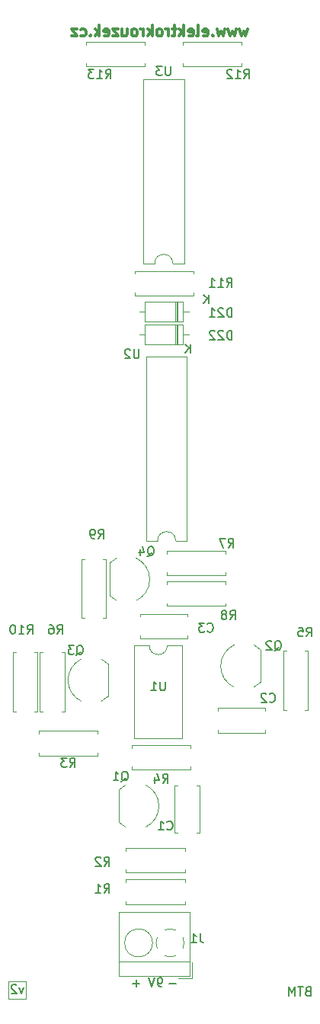
<source format=gbo>
G04 #@! TF.GenerationSoftware,KiCad,Pcbnew,9.0.1*
G04 #@! TF.CreationDate,2025-06-05T21:35:15+02:00*
G04 #@! TF.ProjectId,storm_distance_meter,73746f72-6d5f-4646-9973-74616e63655f,1*
G04 #@! TF.SameCoordinates,Original*
G04 #@! TF.FileFunction,Legend,Bot*
G04 #@! TF.FilePolarity,Positive*
%FSLAX46Y46*%
G04 Gerber Fmt 4.6, Leading zero omitted, Abs format (unit mm)*
G04 Created by KiCad (PCBNEW 9.0.1) date 2025-06-05 21:35:15*
%MOMM*%
%LPD*%
G01*
G04 APERTURE LIST*
%ADD10C,0.100000*%
%ADD11C,0.200000*%
%ADD12C,0.300000*%
%ADD13C,0.150000*%
%ADD14C,0.120000*%
%ADD15C,3.050000*%
%ADD16R,1.800000X1.800000*%
%ADD17C,1.800000*%
%ADD18C,2.000000*%
%ADD19R,1.600000X1.600000*%
%ADD20C,1.600000*%
%ADD21O,1.600000X1.600000*%
%ADD22R,2.400000X1.600000*%
%ADD23O,2.400000X1.600000*%
%ADD24R,1.500000X1.500000*%
%ADD25C,1.500000*%
%ADD26R,2.400000X2.400000*%
%ADD27C,2.400000*%
G04 APERTURE END LIST*
D10*
X129700000Y-139750000D02*
X129700000Y-138250000D01*
X129700000Y-140250000D02*
X129700000Y-139750000D01*
X131700000Y-138250000D02*
X131700000Y-139750000D01*
X131700000Y-139750000D02*
X131700000Y-140250000D01*
X129700000Y-138250000D02*
X131700000Y-138250000D01*
X131700000Y-140250000D02*
X129700000Y-140250000D01*
D11*
X144330326Y-138486266D02*
X143568422Y-138486266D01*
X143949374Y-138867219D02*
X143949374Y-138105314D01*
D12*
X156331203Y-32437542D02*
X156102632Y-33237542D01*
X156102632Y-33237542D02*
X155874060Y-32666114D01*
X155874060Y-32666114D02*
X155645489Y-33237542D01*
X155645489Y-33237542D02*
X155416917Y-32437542D01*
X155074060Y-32437542D02*
X154845489Y-33237542D01*
X154845489Y-33237542D02*
X154616917Y-32666114D01*
X154616917Y-32666114D02*
X154388346Y-33237542D01*
X154388346Y-33237542D02*
X154159774Y-32437542D01*
X153816917Y-32437542D02*
X153588346Y-33237542D01*
X153588346Y-33237542D02*
X153359774Y-32666114D01*
X153359774Y-32666114D02*
X153131203Y-33237542D01*
X153131203Y-33237542D02*
X152902631Y-32437542D01*
X152445488Y-33123257D02*
X152388345Y-33180400D01*
X152388345Y-33180400D02*
X152445488Y-33237542D01*
X152445488Y-33237542D02*
X152502631Y-33180400D01*
X152502631Y-33180400D02*
X152445488Y-33123257D01*
X152445488Y-33123257D02*
X152445488Y-33237542D01*
X151416916Y-33180400D02*
X151531202Y-33237542D01*
X151531202Y-33237542D02*
X151759774Y-33237542D01*
X151759774Y-33237542D02*
X151874059Y-33180400D01*
X151874059Y-33180400D02*
X151931202Y-33066114D01*
X151931202Y-33066114D02*
X151931202Y-32608971D01*
X151931202Y-32608971D02*
X151874059Y-32494685D01*
X151874059Y-32494685D02*
X151759774Y-32437542D01*
X151759774Y-32437542D02*
X151531202Y-32437542D01*
X151531202Y-32437542D02*
X151416916Y-32494685D01*
X151416916Y-32494685D02*
X151359774Y-32608971D01*
X151359774Y-32608971D02*
X151359774Y-32723257D01*
X151359774Y-32723257D02*
X151931202Y-32837542D01*
X150674060Y-33237542D02*
X150788345Y-33180400D01*
X150788345Y-33180400D02*
X150845488Y-33066114D01*
X150845488Y-33066114D02*
X150845488Y-32037542D01*
X149759774Y-33180400D02*
X149874060Y-33237542D01*
X149874060Y-33237542D02*
X150102632Y-33237542D01*
X150102632Y-33237542D02*
X150216917Y-33180400D01*
X150216917Y-33180400D02*
X150274060Y-33066114D01*
X150274060Y-33066114D02*
X150274060Y-32608971D01*
X150274060Y-32608971D02*
X150216917Y-32494685D01*
X150216917Y-32494685D02*
X150102632Y-32437542D01*
X150102632Y-32437542D02*
X149874060Y-32437542D01*
X149874060Y-32437542D02*
X149759774Y-32494685D01*
X149759774Y-32494685D02*
X149702632Y-32608971D01*
X149702632Y-32608971D02*
X149702632Y-32723257D01*
X149702632Y-32723257D02*
X150274060Y-32837542D01*
X149188346Y-33237542D02*
X149188346Y-32037542D01*
X149074061Y-32780400D02*
X148731203Y-33237542D01*
X148731203Y-32437542D02*
X149188346Y-32894685D01*
X148388346Y-32437542D02*
X147931203Y-32437542D01*
X148216917Y-32037542D02*
X148216917Y-33066114D01*
X148216917Y-33066114D02*
X148159774Y-33180400D01*
X148159774Y-33180400D02*
X148045489Y-33237542D01*
X148045489Y-33237542D02*
X147931203Y-33237542D01*
X147531203Y-33237542D02*
X147531203Y-32437542D01*
X147531203Y-32666114D02*
X147474060Y-32551828D01*
X147474060Y-32551828D02*
X147416918Y-32494685D01*
X147416918Y-32494685D02*
X147302632Y-32437542D01*
X147302632Y-32437542D02*
X147188346Y-32437542D01*
X146616918Y-33237542D02*
X146731203Y-33180400D01*
X146731203Y-33180400D02*
X146788346Y-33123257D01*
X146788346Y-33123257D02*
X146845489Y-33008971D01*
X146845489Y-33008971D02*
X146845489Y-32666114D01*
X146845489Y-32666114D02*
X146788346Y-32551828D01*
X146788346Y-32551828D02*
X146731203Y-32494685D01*
X146731203Y-32494685D02*
X146616918Y-32437542D01*
X146616918Y-32437542D02*
X146445489Y-32437542D01*
X146445489Y-32437542D02*
X146331203Y-32494685D01*
X146331203Y-32494685D02*
X146274061Y-32551828D01*
X146274061Y-32551828D02*
X146216918Y-32666114D01*
X146216918Y-32666114D02*
X146216918Y-33008971D01*
X146216918Y-33008971D02*
X146274061Y-33123257D01*
X146274061Y-33123257D02*
X146331203Y-33180400D01*
X146331203Y-33180400D02*
X146445489Y-33237542D01*
X146445489Y-33237542D02*
X146616918Y-33237542D01*
X145702632Y-33237542D02*
X145702632Y-32037542D01*
X145588347Y-32780400D02*
X145245489Y-33237542D01*
X145245489Y-32437542D02*
X145702632Y-32894685D01*
X144731203Y-33237542D02*
X144731203Y-32437542D01*
X144731203Y-32666114D02*
X144674060Y-32551828D01*
X144674060Y-32551828D02*
X144616918Y-32494685D01*
X144616918Y-32494685D02*
X144502632Y-32437542D01*
X144502632Y-32437542D02*
X144388346Y-32437542D01*
X143816918Y-33237542D02*
X143931203Y-33180400D01*
X143931203Y-33180400D02*
X143988346Y-33123257D01*
X143988346Y-33123257D02*
X144045489Y-33008971D01*
X144045489Y-33008971D02*
X144045489Y-32666114D01*
X144045489Y-32666114D02*
X143988346Y-32551828D01*
X143988346Y-32551828D02*
X143931203Y-32494685D01*
X143931203Y-32494685D02*
X143816918Y-32437542D01*
X143816918Y-32437542D02*
X143645489Y-32437542D01*
X143645489Y-32437542D02*
X143531203Y-32494685D01*
X143531203Y-32494685D02*
X143474061Y-32551828D01*
X143474061Y-32551828D02*
X143416918Y-32666114D01*
X143416918Y-32666114D02*
X143416918Y-33008971D01*
X143416918Y-33008971D02*
X143474061Y-33123257D01*
X143474061Y-33123257D02*
X143531203Y-33180400D01*
X143531203Y-33180400D02*
X143645489Y-33237542D01*
X143645489Y-33237542D02*
X143816918Y-33237542D01*
X142388347Y-32437542D02*
X142388347Y-33237542D01*
X142902632Y-32437542D02*
X142902632Y-33066114D01*
X142902632Y-33066114D02*
X142845489Y-33180400D01*
X142845489Y-33180400D02*
X142731204Y-33237542D01*
X142731204Y-33237542D02*
X142559775Y-33237542D01*
X142559775Y-33237542D02*
X142445489Y-33180400D01*
X142445489Y-33180400D02*
X142388347Y-33123257D01*
X141931204Y-32437542D02*
X141302633Y-32437542D01*
X141302633Y-32437542D02*
X141931204Y-33237542D01*
X141931204Y-33237542D02*
X141302633Y-33237542D01*
X140388346Y-33180400D02*
X140502632Y-33237542D01*
X140502632Y-33237542D02*
X140731204Y-33237542D01*
X140731204Y-33237542D02*
X140845489Y-33180400D01*
X140845489Y-33180400D02*
X140902632Y-33066114D01*
X140902632Y-33066114D02*
X140902632Y-32608971D01*
X140902632Y-32608971D02*
X140845489Y-32494685D01*
X140845489Y-32494685D02*
X140731204Y-32437542D01*
X140731204Y-32437542D02*
X140502632Y-32437542D01*
X140502632Y-32437542D02*
X140388346Y-32494685D01*
X140388346Y-32494685D02*
X140331204Y-32608971D01*
X140331204Y-32608971D02*
X140331204Y-32723257D01*
X140331204Y-32723257D02*
X140902632Y-32837542D01*
X139816918Y-33237542D02*
X139816918Y-32037542D01*
X139702633Y-32780400D02*
X139359775Y-33237542D01*
X139359775Y-32437542D02*
X139816918Y-32894685D01*
X138845489Y-33123257D02*
X138788346Y-33180400D01*
X138788346Y-33180400D02*
X138845489Y-33237542D01*
X138845489Y-33237542D02*
X138902632Y-33180400D01*
X138902632Y-33180400D02*
X138845489Y-33123257D01*
X138845489Y-33123257D02*
X138845489Y-33237542D01*
X137759775Y-33180400D02*
X137874060Y-33237542D01*
X137874060Y-33237542D02*
X138102632Y-33237542D01*
X138102632Y-33237542D02*
X138216917Y-33180400D01*
X138216917Y-33180400D02*
X138274060Y-33123257D01*
X138274060Y-33123257D02*
X138331203Y-33008971D01*
X138331203Y-33008971D02*
X138331203Y-32666114D01*
X138331203Y-32666114D02*
X138274060Y-32551828D01*
X138274060Y-32551828D02*
X138216917Y-32494685D01*
X138216917Y-32494685D02*
X138102632Y-32437542D01*
X138102632Y-32437542D02*
X137874060Y-32437542D01*
X137874060Y-32437542D02*
X137759775Y-32494685D01*
X137359775Y-32437542D02*
X136731204Y-32437542D01*
X136731204Y-32437542D02*
X137359775Y-33237542D01*
X137359775Y-33237542D02*
X136731204Y-33237542D01*
D11*
X162996993Y-139343409D02*
X162854136Y-139391028D01*
X162854136Y-139391028D02*
X162806517Y-139438647D01*
X162806517Y-139438647D02*
X162758898Y-139533885D01*
X162758898Y-139533885D02*
X162758898Y-139676742D01*
X162758898Y-139676742D02*
X162806517Y-139771980D01*
X162806517Y-139771980D02*
X162854136Y-139819600D01*
X162854136Y-139819600D02*
X162949374Y-139867219D01*
X162949374Y-139867219D02*
X163330326Y-139867219D01*
X163330326Y-139867219D02*
X163330326Y-138867219D01*
X163330326Y-138867219D02*
X162996993Y-138867219D01*
X162996993Y-138867219D02*
X162901755Y-138914838D01*
X162901755Y-138914838D02*
X162854136Y-138962457D01*
X162854136Y-138962457D02*
X162806517Y-139057695D01*
X162806517Y-139057695D02*
X162806517Y-139152933D01*
X162806517Y-139152933D02*
X162854136Y-139248171D01*
X162854136Y-139248171D02*
X162901755Y-139295790D01*
X162901755Y-139295790D02*
X162996993Y-139343409D01*
X162996993Y-139343409D02*
X163330326Y-139343409D01*
X162473183Y-138867219D02*
X161901755Y-138867219D01*
X162187469Y-139867219D02*
X162187469Y-138867219D01*
X161568421Y-139867219D02*
X161568421Y-138867219D01*
X161568421Y-138867219D02*
X161235088Y-139581504D01*
X161235088Y-139581504D02*
X160901755Y-138867219D01*
X160901755Y-138867219D02*
X160901755Y-139867219D01*
X131425564Y-138950552D02*
X131187469Y-139617219D01*
X131187469Y-139617219D02*
X130949374Y-138950552D01*
X130616040Y-138712457D02*
X130568421Y-138664838D01*
X130568421Y-138664838D02*
X130473183Y-138617219D01*
X130473183Y-138617219D02*
X130235088Y-138617219D01*
X130235088Y-138617219D02*
X130139850Y-138664838D01*
X130139850Y-138664838D02*
X130092231Y-138712457D01*
X130092231Y-138712457D02*
X130044612Y-138807695D01*
X130044612Y-138807695D02*
X130044612Y-138902933D01*
X130044612Y-138902933D02*
X130092231Y-139045790D01*
X130092231Y-139045790D02*
X130663659Y-139617219D01*
X130663659Y-139617219D02*
X130044612Y-139617219D01*
X146782707Y-138867219D02*
X146592231Y-138867219D01*
X146592231Y-138867219D02*
X146496993Y-138819600D01*
X146496993Y-138819600D02*
X146449374Y-138771980D01*
X146449374Y-138771980D02*
X146354136Y-138629123D01*
X146354136Y-138629123D02*
X146306517Y-138438647D01*
X146306517Y-138438647D02*
X146306517Y-138057695D01*
X146306517Y-138057695D02*
X146354136Y-137962457D01*
X146354136Y-137962457D02*
X146401755Y-137914838D01*
X146401755Y-137914838D02*
X146496993Y-137867219D01*
X146496993Y-137867219D02*
X146687469Y-137867219D01*
X146687469Y-137867219D02*
X146782707Y-137914838D01*
X146782707Y-137914838D02*
X146830326Y-137962457D01*
X146830326Y-137962457D02*
X146877945Y-138057695D01*
X146877945Y-138057695D02*
X146877945Y-138295790D01*
X146877945Y-138295790D02*
X146830326Y-138391028D01*
X146830326Y-138391028D02*
X146782707Y-138438647D01*
X146782707Y-138438647D02*
X146687469Y-138486266D01*
X146687469Y-138486266D02*
X146496993Y-138486266D01*
X146496993Y-138486266D02*
X146401755Y-138438647D01*
X146401755Y-138438647D02*
X146354136Y-138391028D01*
X146354136Y-138391028D02*
X146306517Y-138295790D01*
X146020802Y-137867219D02*
X145687469Y-138867219D01*
X145687469Y-138867219D02*
X145354136Y-137867219D01*
X148330326Y-138486266D02*
X147568422Y-138486266D01*
D13*
X154566785Y-66954819D02*
X154566785Y-65954819D01*
X154566785Y-65954819D02*
X154328690Y-65954819D01*
X154328690Y-65954819D02*
X154185833Y-66002438D01*
X154185833Y-66002438D02*
X154090595Y-66097676D01*
X154090595Y-66097676D02*
X154042976Y-66192914D01*
X154042976Y-66192914D02*
X153995357Y-66383390D01*
X153995357Y-66383390D02*
X153995357Y-66526247D01*
X153995357Y-66526247D02*
X154042976Y-66716723D01*
X154042976Y-66716723D02*
X154090595Y-66811961D01*
X154090595Y-66811961D02*
X154185833Y-66907200D01*
X154185833Y-66907200D02*
X154328690Y-66954819D01*
X154328690Y-66954819D02*
X154566785Y-66954819D01*
X153614404Y-66050057D02*
X153566785Y-66002438D01*
X153566785Y-66002438D02*
X153471547Y-65954819D01*
X153471547Y-65954819D02*
X153233452Y-65954819D01*
X153233452Y-65954819D02*
X153138214Y-66002438D01*
X153138214Y-66002438D02*
X153090595Y-66050057D01*
X153090595Y-66050057D02*
X153042976Y-66145295D01*
X153042976Y-66145295D02*
X153042976Y-66240533D01*
X153042976Y-66240533D02*
X153090595Y-66383390D01*
X153090595Y-66383390D02*
X153662023Y-66954819D01*
X153662023Y-66954819D02*
X153042976Y-66954819D01*
X152662023Y-66050057D02*
X152614404Y-66002438D01*
X152614404Y-66002438D02*
X152519166Y-65954819D01*
X152519166Y-65954819D02*
X152281071Y-65954819D01*
X152281071Y-65954819D02*
X152185833Y-66002438D01*
X152185833Y-66002438D02*
X152138214Y-66050057D01*
X152138214Y-66050057D02*
X152090595Y-66145295D01*
X152090595Y-66145295D02*
X152090595Y-66240533D01*
X152090595Y-66240533D02*
X152138214Y-66383390D01*
X152138214Y-66383390D02*
X152709642Y-66954819D01*
X152709642Y-66954819D02*
X152090595Y-66954819D01*
X149961904Y-68454819D02*
X149961904Y-67454819D01*
X149390476Y-68454819D02*
X149819047Y-67883390D01*
X149390476Y-67454819D02*
X149961904Y-68026247D01*
X147764404Y-36602319D02*
X147764404Y-37411842D01*
X147764404Y-37411842D02*
X147716785Y-37507080D01*
X147716785Y-37507080D02*
X147669166Y-37554700D01*
X147669166Y-37554700D02*
X147573928Y-37602319D01*
X147573928Y-37602319D02*
X147383452Y-37602319D01*
X147383452Y-37602319D02*
X147288214Y-37554700D01*
X147288214Y-37554700D02*
X147240595Y-37507080D01*
X147240595Y-37507080D02*
X147192976Y-37411842D01*
X147192976Y-37411842D02*
X147192976Y-36602319D01*
X146812023Y-36602319D02*
X146192976Y-36602319D01*
X146192976Y-36602319D02*
X146526309Y-36983271D01*
X146526309Y-36983271D02*
X146383452Y-36983271D01*
X146383452Y-36983271D02*
X146288214Y-37030890D01*
X146288214Y-37030890D02*
X146240595Y-37078509D01*
X146240595Y-37078509D02*
X146192976Y-37173747D01*
X146192976Y-37173747D02*
X146192976Y-37411842D01*
X146192976Y-37411842D02*
X146240595Y-37507080D01*
X146240595Y-37507080D02*
X146288214Y-37554700D01*
X146288214Y-37554700D02*
X146383452Y-37602319D01*
X146383452Y-37602319D02*
X146669166Y-37602319D01*
X146669166Y-37602319D02*
X146764404Y-37554700D01*
X146764404Y-37554700D02*
X146812023Y-37507080D01*
X147154404Y-104954819D02*
X147154404Y-105764342D01*
X147154404Y-105764342D02*
X147106785Y-105859580D01*
X147106785Y-105859580D02*
X147059166Y-105907200D01*
X147059166Y-105907200D02*
X146963928Y-105954819D01*
X146963928Y-105954819D02*
X146773452Y-105954819D01*
X146773452Y-105954819D02*
X146678214Y-105907200D01*
X146678214Y-105907200D02*
X146630595Y-105859580D01*
X146630595Y-105859580D02*
X146582976Y-105764342D01*
X146582976Y-105764342D02*
X146582976Y-104954819D01*
X145582976Y-105954819D02*
X146154404Y-105954819D01*
X145868690Y-105954819D02*
X145868690Y-104954819D01*
X145868690Y-104954819D02*
X145963928Y-105097676D01*
X145963928Y-105097676D02*
X146059166Y-105192914D01*
X146059166Y-105192914D02*
X146154404Y-105240533D01*
X154566785Y-64454819D02*
X154566785Y-63454819D01*
X154566785Y-63454819D02*
X154328690Y-63454819D01*
X154328690Y-63454819D02*
X154185833Y-63502438D01*
X154185833Y-63502438D02*
X154090595Y-63597676D01*
X154090595Y-63597676D02*
X154042976Y-63692914D01*
X154042976Y-63692914D02*
X153995357Y-63883390D01*
X153995357Y-63883390D02*
X153995357Y-64026247D01*
X153995357Y-64026247D02*
X154042976Y-64216723D01*
X154042976Y-64216723D02*
X154090595Y-64311961D01*
X154090595Y-64311961D02*
X154185833Y-64407200D01*
X154185833Y-64407200D02*
X154328690Y-64454819D01*
X154328690Y-64454819D02*
X154566785Y-64454819D01*
X153614404Y-63550057D02*
X153566785Y-63502438D01*
X153566785Y-63502438D02*
X153471547Y-63454819D01*
X153471547Y-63454819D02*
X153233452Y-63454819D01*
X153233452Y-63454819D02*
X153138214Y-63502438D01*
X153138214Y-63502438D02*
X153090595Y-63550057D01*
X153090595Y-63550057D02*
X153042976Y-63645295D01*
X153042976Y-63645295D02*
X153042976Y-63740533D01*
X153042976Y-63740533D02*
X153090595Y-63883390D01*
X153090595Y-63883390D02*
X153662023Y-64454819D01*
X153662023Y-64454819D02*
X153042976Y-64454819D01*
X152090595Y-64454819D02*
X152662023Y-64454819D01*
X152376309Y-64454819D02*
X152376309Y-63454819D01*
X152376309Y-63454819D02*
X152471547Y-63597676D01*
X152471547Y-63597676D02*
X152566785Y-63692914D01*
X152566785Y-63692914D02*
X152662023Y-63740533D01*
X151961904Y-62954819D02*
X151961904Y-61954819D01*
X151390476Y-62954819D02*
X151819047Y-62383390D01*
X151390476Y-61954819D02*
X151961904Y-62526247D01*
X162866666Y-99954819D02*
X163199999Y-99478628D01*
X163438094Y-99954819D02*
X163438094Y-98954819D01*
X163438094Y-98954819D02*
X163057142Y-98954819D01*
X163057142Y-98954819D02*
X162961904Y-99002438D01*
X162961904Y-99002438D02*
X162914285Y-99050057D01*
X162914285Y-99050057D02*
X162866666Y-99145295D01*
X162866666Y-99145295D02*
X162866666Y-99288152D01*
X162866666Y-99288152D02*
X162914285Y-99383390D01*
X162914285Y-99383390D02*
X162961904Y-99431009D01*
X162961904Y-99431009D02*
X163057142Y-99478628D01*
X163057142Y-99478628D02*
X163438094Y-99478628D01*
X161961904Y-98954819D02*
X162438094Y-98954819D01*
X162438094Y-98954819D02*
X162485713Y-99431009D01*
X162485713Y-99431009D02*
X162438094Y-99383390D01*
X162438094Y-99383390D02*
X162342856Y-99335771D01*
X162342856Y-99335771D02*
X162104761Y-99335771D01*
X162104761Y-99335771D02*
X162009523Y-99383390D01*
X162009523Y-99383390D02*
X161961904Y-99431009D01*
X161961904Y-99431009D02*
X161914285Y-99526247D01*
X161914285Y-99526247D02*
X161914285Y-99764342D01*
X161914285Y-99764342D02*
X161961904Y-99859580D01*
X161961904Y-99859580D02*
X162009523Y-99907200D01*
X162009523Y-99907200D02*
X162104761Y-99954819D01*
X162104761Y-99954819D02*
X162342856Y-99954819D01*
X162342856Y-99954819D02*
X162438094Y-99907200D01*
X162438094Y-99907200D02*
X162485713Y-99859580D01*
X137290238Y-102027557D02*
X137385476Y-101979938D01*
X137385476Y-101979938D02*
X137480714Y-101884700D01*
X137480714Y-101884700D02*
X137623571Y-101741842D01*
X137623571Y-101741842D02*
X137718809Y-101694223D01*
X137718809Y-101694223D02*
X137814047Y-101694223D01*
X137766428Y-101932319D02*
X137861666Y-101884700D01*
X137861666Y-101884700D02*
X137956904Y-101789461D01*
X137956904Y-101789461D02*
X138004523Y-101598985D01*
X138004523Y-101598985D02*
X138004523Y-101265652D01*
X138004523Y-101265652D02*
X137956904Y-101075176D01*
X137956904Y-101075176D02*
X137861666Y-100979938D01*
X137861666Y-100979938D02*
X137766428Y-100932319D01*
X137766428Y-100932319D02*
X137575952Y-100932319D01*
X137575952Y-100932319D02*
X137480714Y-100979938D01*
X137480714Y-100979938D02*
X137385476Y-101075176D01*
X137385476Y-101075176D02*
X137337857Y-101265652D01*
X137337857Y-101265652D02*
X137337857Y-101598985D01*
X137337857Y-101598985D02*
X137385476Y-101789461D01*
X137385476Y-101789461D02*
X137480714Y-101884700D01*
X137480714Y-101884700D02*
X137575952Y-101932319D01*
X137575952Y-101932319D02*
X137766428Y-101932319D01*
X137004523Y-100932319D02*
X136385476Y-100932319D01*
X136385476Y-100932319D02*
X136718809Y-101313271D01*
X136718809Y-101313271D02*
X136575952Y-101313271D01*
X136575952Y-101313271D02*
X136480714Y-101360890D01*
X136480714Y-101360890D02*
X136433095Y-101408509D01*
X136433095Y-101408509D02*
X136385476Y-101503747D01*
X136385476Y-101503747D02*
X136385476Y-101741842D01*
X136385476Y-101741842D02*
X136433095Y-101837080D01*
X136433095Y-101837080D02*
X136480714Y-101884700D01*
X136480714Y-101884700D02*
X136575952Y-101932319D01*
X136575952Y-101932319D02*
X136861666Y-101932319D01*
X136861666Y-101932319D02*
X136956904Y-101884700D01*
X136956904Y-101884700D02*
X137004523Y-101837080D01*
X142295238Y-116050057D02*
X142390476Y-116002438D01*
X142390476Y-116002438D02*
X142485714Y-115907200D01*
X142485714Y-115907200D02*
X142628571Y-115764342D01*
X142628571Y-115764342D02*
X142723809Y-115716723D01*
X142723809Y-115716723D02*
X142819047Y-115716723D01*
X142771428Y-115954819D02*
X142866666Y-115907200D01*
X142866666Y-115907200D02*
X142961904Y-115811961D01*
X142961904Y-115811961D02*
X143009523Y-115621485D01*
X143009523Y-115621485D02*
X143009523Y-115288152D01*
X143009523Y-115288152D02*
X142961904Y-115097676D01*
X142961904Y-115097676D02*
X142866666Y-115002438D01*
X142866666Y-115002438D02*
X142771428Y-114954819D01*
X142771428Y-114954819D02*
X142580952Y-114954819D01*
X142580952Y-114954819D02*
X142485714Y-115002438D01*
X142485714Y-115002438D02*
X142390476Y-115097676D01*
X142390476Y-115097676D02*
X142342857Y-115288152D01*
X142342857Y-115288152D02*
X142342857Y-115621485D01*
X142342857Y-115621485D02*
X142390476Y-115811961D01*
X142390476Y-115811961D02*
X142485714Y-115907200D01*
X142485714Y-115907200D02*
X142580952Y-115954819D01*
X142580952Y-115954819D02*
X142771428Y-115954819D01*
X141390476Y-115954819D02*
X141961904Y-115954819D01*
X141676190Y-115954819D02*
X141676190Y-114954819D01*
X141676190Y-114954819D02*
X141771428Y-115097676D01*
X141771428Y-115097676D02*
X141866666Y-115192914D01*
X141866666Y-115192914D02*
X141961904Y-115240533D01*
X144241904Y-68034819D02*
X144241904Y-68844342D01*
X144241904Y-68844342D02*
X144194285Y-68939580D01*
X144194285Y-68939580D02*
X144146666Y-68987200D01*
X144146666Y-68987200D02*
X144051428Y-69034819D01*
X144051428Y-69034819D02*
X143860952Y-69034819D01*
X143860952Y-69034819D02*
X143765714Y-68987200D01*
X143765714Y-68987200D02*
X143718095Y-68939580D01*
X143718095Y-68939580D02*
X143670476Y-68844342D01*
X143670476Y-68844342D02*
X143670476Y-68034819D01*
X143241904Y-68130057D02*
X143194285Y-68082438D01*
X143194285Y-68082438D02*
X143099047Y-68034819D01*
X143099047Y-68034819D02*
X142860952Y-68034819D01*
X142860952Y-68034819D02*
X142765714Y-68082438D01*
X142765714Y-68082438D02*
X142718095Y-68130057D01*
X142718095Y-68130057D02*
X142670476Y-68225295D01*
X142670476Y-68225295D02*
X142670476Y-68320533D01*
X142670476Y-68320533D02*
X142718095Y-68463390D01*
X142718095Y-68463390D02*
X143289523Y-69034819D01*
X143289523Y-69034819D02*
X142670476Y-69034819D01*
X154366666Y-98054819D02*
X154699999Y-97578628D01*
X154938094Y-98054819D02*
X154938094Y-97054819D01*
X154938094Y-97054819D02*
X154557142Y-97054819D01*
X154557142Y-97054819D02*
X154461904Y-97102438D01*
X154461904Y-97102438D02*
X154414285Y-97150057D01*
X154414285Y-97150057D02*
X154366666Y-97245295D01*
X154366666Y-97245295D02*
X154366666Y-97388152D01*
X154366666Y-97388152D02*
X154414285Y-97483390D01*
X154414285Y-97483390D02*
X154461904Y-97531009D01*
X154461904Y-97531009D02*
X154557142Y-97578628D01*
X154557142Y-97578628D02*
X154938094Y-97578628D01*
X153795237Y-97483390D02*
X153890475Y-97435771D01*
X153890475Y-97435771D02*
X153938094Y-97388152D01*
X153938094Y-97388152D02*
X153985713Y-97292914D01*
X153985713Y-97292914D02*
X153985713Y-97245295D01*
X153985713Y-97245295D02*
X153938094Y-97150057D01*
X153938094Y-97150057D02*
X153890475Y-97102438D01*
X153890475Y-97102438D02*
X153795237Y-97054819D01*
X153795237Y-97054819D02*
X153604761Y-97054819D01*
X153604761Y-97054819D02*
X153509523Y-97102438D01*
X153509523Y-97102438D02*
X153461904Y-97150057D01*
X153461904Y-97150057D02*
X153414285Y-97245295D01*
X153414285Y-97245295D02*
X153414285Y-97292914D01*
X153414285Y-97292914D02*
X153461904Y-97388152D01*
X153461904Y-97388152D02*
X153509523Y-97435771D01*
X153509523Y-97435771D02*
X153604761Y-97483390D01*
X153604761Y-97483390D02*
X153795237Y-97483390D01*
X153795237Y-97483390D02*
X153890475Y-97531009D01*
X153890475Y-97531009D02*
X153938094Y-97578628D01*
X153938094Y-97578628D02*
X153985713Y-97673866D01*
X153985713Y-97673866D02*
X153985713Y-97864342D01*
X153985713Y-97864342D02*
X153938094Y-97959580D01*
X153938094Y-97959580D02*
X153890475Y-98007200D01*
X153890475Y-98007200D02*
X153795237Y-98054819D01*
X153795237Y-98054819D02*
X153604761Y-98054819D01*
X153604761Y-98054819D02*
X153509523Y-98007200D01*
X153509523Y-98007200D02*
X153461904Y-97959580D01*
X153461904Y-97959580D02*
X153414285Y-97864342D01*
X153414285Y-97864342D02*
X153414285Y-97673866D01*
X153414285Y-97673866D02*
X153461904Y-97578628D01*
X153461904Y-97578628D02*
X153509523Y-97531009D01*
X153509523Y-97531009D02*
X153604761Y-97483390D01*
X151866666Y-99359580D02*
X151914285Y-99407200D01*
X151914285Y-99407200D02*
X152057142Y-99454819D01*
X152057142Y-99454819D02*
X152152380Y-99454819D01*
X152152380Y-99454819D02*
X152295237Y-99407200D01*
X152295237Y-99407200D02*
X152390475Y-99311961D01*
X152390475Y-99311961D02*
X152438094Y-99216723D01*
X152438094Y-99216723D02*
X152485713Y-99026247D01*
X152485713Y-99026247D02*
X152485713Y-98883390D01*
X152485713Y-98883390D02*
X152438094Y-98692914D01*
X152438094Y-98692914D02*
X152390475Y-98597676D01*
X152390475Y-98597676D02*
X152295237Y-98502438D01*
X152295237Y-98502438D02*
X152152380Y-98454819D01*
X152152380Y-98454819D02*
X152057142Y-98454819D01*
X152057142Y-98454819D02*
X151914285Y-98502438D01*
X151914285Y-98502438D02*
X151866666Y-98550057D01*
X151533332Y-98454819D02*
X150914285Y-98454819D01*
X150914285Y-98454819D02*
X151247618Y-98835771D01*
X151247618Y-98835771D02*
X151104761Y-98835771D01*
X151104761Y-98835771D02*
X151009523Y-98883390D01*
X151009523Y-98883390D02*
X150961904Y-98931009D01*
X150961904Y-98931009D02*
X150914285Y-99026247D01*
X150914285Y-99026247D02*
X150914285Y-99264342D01*
X150914285Y-99264342D02*
X150961904Y-99359580D01*
X150961904Y-99359580D02*
X151009523Y-99407200D01*
X151009523Y-99407200D02*
X151104761Y-99454819D01*
X151104761Y-99454819D02*
X151390475Y-99454819D01*
X151390475Y-99454819D02*
X151485713Y-99407200D01*
X151485713Y-99407200D02*
X151533332Y-99359580D01*
X140366666Y-128454819D02*
X140699999Y-127978628D01*
X140938094Y-128454819D02*
X140938094Y-127454819D01*
X140938094Y-127454819D02*
X140557142Y-127454819D01*
X140557142Y-127454819D02*
X140461904Y-127502438D01*
X140461904Y-127502438D02*
X140414285Y-127550057D01*
X140414285Y-127550057D02*
X140366666Y-127645295D01*
X140366666Y-127645295D02*
X140366666Y-127788152D01*
X140366666Y-127788152D02*
X140414285Y-127883390D01*
X140414285Y-127883390D02*
X140461904Y-127931009D01*
X140461904Y-127931009D02*
X140557142Y-127978628D01*
X140557142Y-127978628D02*
X140938094Y-127978628D01*
X139414285Y-128454819D02*
X139985713Y-128454819D01*
X139699999Y-128454819D02*
X139699999Y-127454819D01*
X139699999Y-127454819D02*
X139795237Y-127597676D01*
X139795237Y-127597676D02*
X139890475Y-127692914D01*
X139890475Y-127692914D02*
X139985713Y-127740533D01*
X159295238Y-101550057D02*
X159390476Y-101502438D01*
X159390476Y-101502438D02*
X159485714Y-101407200D01*
X159485714Y-101407200D02*
X159628571Y-101264342D01*
X159628571Y-101264342D02*
X159723809Y-101216723D01*
X159723809Y-101216723D02*
X159819047Y-101216723D01*
X159771428Y-101454819D02*
X159866666Y-101407200D01*
X159866666Y-101407200D02*
X159961904Y-101311961D01*
X159961904Y-101311961D02*
X160009523Y-101121485D01*
X160009523Y-101121485D02*
X160009523Y-100788152D01*
X160009523Y-100788152D02*
X159961904Y-100597676D01*
X159961904Y-100597676D02*
X159866666Y-100502438D01*
X159866666Y-100502438D02*
X159771428Y-100454819D01*
X159771428Y-100454819D02*
X159580952Y-100454819D01*
X159580952Y-100454819D02*
X159485714Y-100502438D01*
X159485714Y-100502438D02*
X159390476Y-100597676D01*
X159390476Y-100597676D02*
X159342857Y-100788152D01*
X159342857Y-100788152D02*
X159342857Y-101121485D01*
X159342857Y-101121485D02*
X159390476Y-101311961D01*
X159390476Y-101311961D02*
X159485714Y-101407200D01*
X159485714Y-101407200D02*
X159580952Y-101454819D01*
X159580952Y-101454819D02*
X159771428Y-101454819D01*
X158961904Y-100550057D02*
X158914285Y-100502438D01*
X158914285Y-100502438D02*
X158819047Y-100454819D01*
X158819047Y-100454819D02*
X158580952Y-100454819D01*
X158580952Y-100454819D02*
X158485714Y-100502438D01*
X158485714Y-100502438D02*
X158438095Y-100550057D01*
X158438095Y-100550057D02*
X158390476Y-100645295D01*
X158390476Y-100645295D02*
X158390476Y-100740533D01*
X158390476Y-100740533D02*
X158438095Y-100883390D01*
X158438095Y-100883390D02*
X159009523Y-101454819D01*
X159009523Y-101454819D02*
X158390476Y-101454819D01*
X147366666Y-121359580D02*
X147414285Y-121407200D01*
X147414285Y-121407200D02*
X147557142Y-121454819D01*
X147557142Y-121454819D02*
X147652380Y-121454819D01*
X147652380Y-121454819D02*
X147795237Y-121407200D01*
X147795237Y-121407200D02*
X147890475Y-121311961D01*
X147890475Y-121311961D02*
X147938094Y-121216723D01*
X147938094Y-121216723D02*
X147985713Y-121026247D01*
X147985713Y-121026247D02*
X147985713Y-120883390D01*
X147985713Y-120883390D02*
X147938094Y-120692914D01*
X147938094Y-120692914D02*
X147890475Y-120597676D01*
X147890475Y-120597676D02*
X147795237Y-120502438D01*
X147795237Y-120502438D02*
X147652380Y-120454819D01*
X147652380Y-120454819D02*
X147557142Y-120454819D01*
X147557142Y-120454819D02*
X147414285Y-120502438D01*
X147414285Y-120502438D02*
X147366666Y-120550057D01*
X146414285Y-121454819D02*
X146985713Y-121454819D01*
X146699999Y-121454819D02*
X146699999Y-120454819D01*
X146699999Y-120454819D02*
X146795237Y-120597676D01*
X146795237Y-120597676D02*
X146890475Y-120692914D01*
X146890475Y-120692914D02*
X146985713Y-120740533D01*
X145175238Y-91037557D02*
X145270476Y-90989938D01*
X145270476Y-90989938D02*
X145365714Y-90894700D01*
X145365714Y-90894700D02*
X145508571Y-90751842D01*
X145508571Y-90751842D02*
X145603809Y-90704223D01*
X145603809Y-90704223D02*
X145699047Y-90704223D01*
X145651428Y-90942319D02*
X145746666Y-90894700D01*
X145746666Y-90894700D02*
X145841904Y-90799461D01*
X145841904Y-90799461D02*
X145889523Y-90608985D01*
X145889523Y-90608985D02*
X145889523Y-90275652D01*
X145889523Y-90275652D02*
X145841904Y-90085176D01*
X145841904Y-90085176D02*
X145746666Y-89989938D01*
X145746666Y-89989938D02*
X145651428Y-89942319D01*
X145651428Y-89942319D02*
X145460952Y-89942319D01*
X145460952Y-89942319D02*
X145365714Y-89989938D01*
X145365714Y-89989938D02*
X145270476Y-90085176D01*
X145270476Y-90085176D02*
X145222857Y-90275652D01*
X145222857Y-90275652D02*
X145222857Y-90608985D01*
X145222857Y-90608985D02*
X145270476Y-90799461D01*
X145270476Y-90799461D02*
X145365714Y-90894700D01*
X145365714Y-90894700D02*
X145460952Y-90942319D01*
X145460952Y-90942319D02*
X145651428Y-90942319D01*
X144365714Y-90275652D02*
X144365714Y-90942319D01*
X144603809Y-89894700D02*
X144841904Y-90608985D01*
X144841904Y-90608985D02*
X144222857Y-90608985D01*
X140537857Y-37919819D02*
X140871190Y-37443628D01*
X141109285Y-37919819D02*
X141109285Y-36919819D01*
X141109285Y-36919819D02*
X140728333Y-36919819D01*
X140728333Y-36919819D02*
X140633095Y-36967438D01*
X140633095Y-36967438D02*
X140585476Y-37015057D01*
X140585476Y-37015057D02*
X140537857Y-37110295D01*
X140537857Y-37110295D02*
X140537857Y-37253152D01*
X140537857Y-37253152D02*
X140585476Y-37348390D01*
X140585476Y-37348390D02*
X140633095Y-37396009D01*
X140633095Y-37396009D02*
X140728333Y-37443628D01*
X140728333Y-37443628D02*
X141109285Y-37443628D01*
X139585476Y-37919819D02*
X140156904Y-37919819D01*
X139871190Y-37919819D02*
X139871190Y-36919819D01*
X139871190Y-36919819D02*
X139966428Y-37062676D01*
X139966428Y-37062676D02*
X140061666Y-37157914D01*
X140061666Y-37157914D02*
X140156904Y-37205533D01*
X139252142Y-36919819D02*
X138633095Y-36919819D01*
X138633095Y-36919819D02*
X138966428Y-37300771D01*
X138966428Y-37300771D02*
X138823571Y-37300771D01*
X138823571Y-37300771D02*
X138728333Y-37348390D01*
X138728333Y-37348390D02*
X138680714Y-37396009D01*
X138680714Y-37396009D02*
X138633095Y-37491247D01*
X138633095Y-37491247D02*
X138633095Y-37729342D01*
X138633095Y-37729342D02*
X138680714Y-37824580D01*
X138680714Y-37824580D02*
X138728333Y-37872200D01*
X138728333Y-37872200D02*
X138823571Y-37919819D01*
X138823571Y-37919819D02*
X139109285Y-37919819D01*
X139109285Y-37919819D02*
X139204523Y-37872200D01*
X139204523Y-37872200D02*
X139252142Y-37824580D01*
X146886666Y-116219819D02*
X147219999Y-115743628D01*
X147458094Y-116219819D02*
X147458094Y-115219819D01*
X147458094Y-115219819D02*
X147077142Y-115219819D01*
X147077142Y-115219819D02*
X146981904Y-115267438D01*
X146981904Y-115267438D02*
X146934285Y-115315057D01*
X146934285Y-115315057D02*
X146886666Y-115410295D01*
X146886666Y-115410295D02*
X146886666Y-115553152D01*
X146886666Y-115553152D02*
X146934285Y-115648390D01*
X146934285Y-115648390D02*
X146981904Y-115696009D01*
X146981904Y-115696009D02*
X147077142Y-115743628D01*
X147077142Y-115743628D02*
X147458094Y-115743628D01*
X146029523Y-115553152D02*
X146029523Y-116219819D01*
X146267618Y-115172200D02*
X146505713Y-115886485D01*
X146505713Y-115886485D02*
X145886666Y-115886485D01*
X151033333Y-132954819D02*
X151033333Y-133669104D01*
X151033333Y-133669104D02*
X151080952Y-133811961D01*
X151080952Y-133811961D02*
X151176190Y-133907200D01*
X151176190Y-133907200D02*
X151319047Y-133954819D01*
X151319047Y-133954819D02*
X151414285Y-133954819D01*
X150033333Y-133954819D02*
X150604761Y-133954819D01*
X150319047Y-133954819D02*
X150319047Y-132954819D01*
X150319047Y-132954819D02*
X150414285Y-133097676D01*
X150414285Y-133097676D02*
X150509523Y-133192914D01*
X150509523Y-133192914D02*
X150604761Y-133240533D01*
X140366666Y-125454819D02*
X140699999Y-124978628D01*
X140938094Y-125454819D02*
X140938094Y-124454819D01*
X140938094Y-124454819D02*
X140557142Y-124454819D01*
X140557142Y-124454819D02*
X140461904Y-124502438D01*
X140461904Y-124502438D02*
X140414285Y-124550057D01*
X140414285Y-124550057D02*
X140366666Y-124645295D01*
X140366666Y-124645295D02*
X140366666Y-124788152D01*
X140366666Y-124788152D02*
X140414285Y-124883390D01*
X140414285Y-124883390D02*
X140461904Y-124931009D01*
X140461904Y-124931009D02*
X140557142Y-124978628D01*
X140557142Y-124978628D02*
X140938094Y-124978628D01*
X139985713Y-124550057D02*
X139938094Y-124502438D01*
X139938094Y-124502438D02*
X139842856Y-124454819D01*
X139842856Y-124454819D02*
X139604761Y-124454819D01*
X139604761Y-124454819D02*
X139509523Y-124502438D01*
X139509523Y-124502438D02*
X139461904Y-124550057D01*
X139461904Y-124550057D02*
X139414285Y-124645295D01*
X139414285Y-124645295D02*
X139414285Y-124740533D01*
X139414285Y-124740533D02*
X139461904Y-124883390D01*
X139461904Y-124883390D02*
X140033332Y-125454819D01*
X140033332Y-125454819D02*
X139414285Y-125454819D01*
X139766666Y-89054819D02*
X140099999Y-88578628D01*
X140338094Y-89054819D02*
X140338094Y-88054819D01*
X140338094Y-88054819D02*
X139957142Y-88054819D01*
X139957142Y-88054819D02*
X139861904Y-88102438D01*
X139861904Y-88102438D02*
X139814285Y-88150057D01*
X139814285Y-88150057D02*
X139766666Y-88245295D01*
X139766666Y-88245295D02*
X139766666Y-88388152D01*
X139766666Y-88388152D02*
X139814285Y-88483390D01*
X139814285Y-88483390D02*
X139861904Y-88531009D01*
X139861904Y-88531009D02*
X139957142Y-88578628D01*
X139957142Y-88578628D02*
X140338094Y-88578628D01*
X139290475Y-89054819D02*
X139099999Y-89054819D01*
X139099999Y-89054819D02*
X139004761Y-89007200D01*
X139004761Y-89007200D02*
X138957142Y-88959580D01*
X138957142Y-88959580D02*
X138861904Y-88816723D01*
X138861904Y-88816723D02*
X138814285Y-88626247D01*
X138814285Y-88626247D02*
X138814285Y-88245295D01*
X138814285Y-88245295D02*
X138861904Y-88150057D01*
X138861904Y-88150057D02*
X138909523Y-88102438D01*
X138909523Y-88102438D02*
X139004761Y-88054819D01*
X139004761Y-88054819D02*
X139195237Y-88054819D01*
X139195237Y-88054819D02*
X139290475Y-88102438D01*
X139290475Y-88102438D02*
X139338094Y-88150057D01*
X139338094Y-88150057D02*
X139385713Y-88245295D01*
X139385713Y-88245295D02*
X139385713Y-88483390D01*
X139385713Y-88483390D02*
X139338094Y-88578628D01*
X139338094Y-88578628D02*
X139290475Y-88626247D01*
X139290475Y-88626247D02*
X139195237Y-88673866D01*
X139195237Y-88673866D02*
X139004761Y-88673866D01*
X139004761Y-88673866D02*
X138909523Y-88626247D01*
X138909523Y-88626247D02*
X138861904Y-88578628D01*
X138861904Y-88578628D02*
X138814285Y-88483390D01*
X153995357Y-61097319D02*
X154328690Y-60621128D01*
X154566785Y-61097319D02*
X154566785Y-60097319D01*
X154566785Y-60097319D02*
X154185833Y-60097319D01*
X154185833Y-60097319D02*
X154090595Y-60144938D01*
X154090595Y-60144938D02*
X154042976Y-60192557D01*
X154042976Y-60192557D02*
X153995357Y-60287795D01*
X153995357Y-60287795D02*
X153995357Y-60430652D01*
X153995357Y-60430652D02*
X154042976Y-60525890D01*
X154042976Y-60525890D02*
X154090595Y-60573509D01*
X154090595Y-60573509D02*
X154185833Y-60621128D01*
X154185833Y-60621128D02*
X154566785Y-60621128D01*
X153042976Y-61097319D02*
X153614404Y-61097319D01*
X153328690Y-61097319D02*
X153328690Y-60097319D01*
X153328690Y-60097319D02*
X153423928Y-60240176D01*
X153423928Y-60240176D02*
X153519166Y-60335414D01*
X153519166Y-60335414D02*
X153614404Y-60383033D01*
X152090595Y-61097319D02*
X152662023Y-61097319D01*
X152376309Y-61097319D02*
X152376309Y-60097319D01*
X152376309Y-60097319D02*
X152471547Y-60240176D01*
X152471547Y-60240176D02*
X152566785Y-60335414D01*
X152566785Y-60335414D02*
X152662023Y-60383033D01*
X131842857Y-99654819D02*
X132176190Y-99178628D01*
X132414285Y-99654819D02*
X132414285Y-98654819D01*
X132414285Y-98654819D02*
X132033333Y-98654819D01*
X132033333Y-98654819D02*
X131938095Y-98702438D01*
X131938095Y-98702438D02*
X131890476Y-98750057D01*
X131890476Y-98750057D02*
X131842857Y-98845295D01*
X131842857Y-98845295D02*
X131842857Y-98988152D01*
X131842857Y-98988152D02*
X131890476Y-99083390D01*
X131890476Y-99083390D02*
X131938095Y-99131009D01*
X131938095Y-99131009D02*
X132033333Y-99178628D01*
X132033333Y-99178628D02*
X132414285Y-99178628D01*
X130890476Y-99654819D02*
X131461904Y-99654819D01*
X131176190Y-99654819D02*
X131176190Y-98654819D01*
X131176190Y-98654819D02*
X131271428Y-98797676D01*
X131271428Y-98797676D02*
X131366666Y-98892914D01*
X131366666Y-98892914D02*
X131461904Y-98940533D01*
X130271428Y-98654819D02*
X130176190Y-98654819D01*
X130176190Y-98654819D02*
X130080952Y-98702438D01*
X130080952Y-98702438D02*
X130033333Y-98750057D01*
X130033333Y-98750057D02*
X129985714Y-98845295D01*
X129985714Y-98845295D02*
X129938095Y-99035771D01*
X129938095Y-99035771D02*
X129938095Y-99273866D01*
X129938095Y-99273866D02*
X129985714Y-99464342D01*
X129985714Y-99464342D02*
X130033333Y-99559580D01*
X130033333Y-99559580D02*
X130080952Y-99607200D01*
X130080952Y-99607200D02*
X130176190Y-99654819D01*
X130176190Y-99654819D02*
X130271428Y-99654819D01*
X130271428Y-99654819D02*
X130366666Y-99607200D01*
X130366666Y-99607200D02*
X130414285Y-99559580D01*
X130414285Y-99559580D02*
X130461904Y-99464342D01*
X130461904Y-99464342D02*
X130509523Y-99273866D01*
X130509523Y-99273866D02*
X130509523Y-99035771D01*
X130509523Y-99035771D02*
X130461904Y-98845295D01*
X130461904Y-98845295D02*
X130414285Y-98750057D01*
X130414285Y-98750057D02*
X130366666Y-98702438D01*
X130366666Y-98702438D02*
X130271428Y-98654819D01*
X135166666Y-99654819D02*
X135499999Y-99178628D01*
X135738094Y-99654819D02*
X135738094Y-98654819D01*
X135738094Y-98654819D02*
X135357142Y-98654819D01*
X135357142Y-98654819D02*
X135261904Y-98702438D01*
X135261904Y-98702438D02*
X135214285Y-98750057D01*
X135214285Y-98750057D02*
X135166666Y-98845295D01*
X135166666Y-98845295D02*
X135166666Y-98988152D01*
X135166666Y-98988152D02*
X135214285Y-99083390D01*
X135214285Y-99083390D02*
X135261904Y-99131009D01*
X135261904Y-99131009D02*
X135357142Y-99178628D01*
X135357142Y-99178628D02*
X135738094Y-99178628D01*
X134309523Y-98654819D02*
X134499999Y-98654819D01*
X134499999Y-98654819D02*
X134595237Y-98702438D01*
X134595237Y-98702438D02*
X134642856Y-98750057D01*
X134642856Y-98750057D02*
X134738094Y-98892914D01*
X134738094Y-98892914D02*
X134785713Y-99083390D01*
X134785713Y-99083390D02*
X134785713Y-99464342D01*
X134785713Y-99464342D02*
X134738094Y-99559580D01*
X134738094Y-99559580D02*
X134690475Y-99607200D01*
X134690475Y-99607200D02*
X134595237Y-99654819D01*
X134595237Y-99654819D02*
X134404761Y-99654819D01*
X134404761Y-99654819D02*
X134309523Y-99607200D01*
X134309523Y-99607200D02*
X134261904Y-99559580D01*
X134261904Y-99559580D02*
X134214285Y-99464342D01*
X134214285Y-99464342D02*
X134214285Y-99226247D01*
X134214285Y-99226247D02*
X134261904Y-99131009D01*
X134261904Y-99131009D02*
X134309523Y-99083390D01*
X134309523Y-99083390D02*
X134404761Y-99035771D01*
X134404761Y-99035771D02*
X134595237Y-99035771D01*
X134595237Y-99035771D02*
X134690475Y-99083390D01*
X134690475Y-99083390D02*
X134738094Y-99131009D01*
X134738094Y-99131009D02*
X134785713Y-99226247D01*
X155900357Y-37919819D02*
X156233690Y-37443628D01*
X156471785Y-37919819D02*
X156471785Y-36919819D01*
X156471785Y-36919819D02*
X156090833Y-36919819D01*
X156090833Y-36919819D02*
X155995595Y-36967438D01*
X155995595Y-36967438D02*
X155947976Y-37015057D01*
X155947976Y-37015057D02*
X155900357Y-37110295D01*
X155900357Y-37110295D02*
X155900357Y-37253152D01*
X155900357Y-37253152D02*
X155947976Y-37348390D01*
X155947976Y-37348390D02*
X155995595Y-37396009D01*
X155995595Y-37396009D02*
X156090833Y-37443628D01*
X156090833Y-37443628D02*
X156471785Y-37443628D01*
X154947976Y-37919819D02*
X155519404Y-37919819D01*
X155233690Y-37919819D02*
X155233690Y-36919819D01*
X155233690Y-36919819D02*
X155328928Y-37062676D01*
X155328928Y-37062676D02*
X155424166Y-37157914D01*
X155424166Y-37157914D02*
X155519404Y-37205533D01*
X154567023Y-37015057D02*
X154519404Y-36967438D01*
X154519404Y-36967438D02*
X154424166Y-36919819D01*
X154424166Y-36919819D02*
X154186071Y-36919819D01*
X154186071Y-36919819D02*
X154090833Y-36967438D01*
X154090833Y-36967438D02*
X154043214Y-37015057D01*
X154043214Y-37015057D02*
X153995595Y-37110295D01*
X153995595Y-37110295D02*
X153995595Y-37205533D01*
X153995595Y-37205533D02*
X154043214Y-37348390D01*
X154043214Y-37348390D02*
X154614642Y-37919819D01*
X154614642Y-37919819D02*
X153995595Y-37919819D01*
X136566666Y-114454819D02*
X136899999Y-113978628D01*
X137138094Y-114454819D02*
X137138094Y-113454819D01*
X137138094Y-113454819D02*
X136757142Y-113454819D01*
X136757142Y-113454819D02*
X136661904Y-113502438D01*
X136661904Y-113502438D02*
X136614285Y-113550057D01*
X136614285Y-113550057D02*
X136566666Y-113645295D01*
X136566666Y-113645295D02*
X136566666Y-113788152D01*
X136566666Y-113788152D02*
X136614285Y-113883390D01*
X136614285Y-113883390D02*
X136661904Y-113931009D01*
X136661904Y-113931009D02*
X136757142Y-113978628D01*
X136757142Y-113978628D02*
X137138094Y-113978628D01*
X136233332Y-113454819D02*
X135614285Y-113454819D01*
X135614285Y-113454819D02*
X135947618Y-113835771D01*
X135947618Y-113835771D02*
X135804761Y-113835771D01*
X135804761Y-113835771D02*
X135709523Y-113883390D01*
X135709523Y-113883390D02*
X135661904Y-113931009D01*
X135661904Y-113931009D02*
X135614285Y-114026247D01*
X135614285Y-114026247D02*
X135614285Y-114264342D01*
X135614285Y-114264342D02*
X135661904Y-114359580D01*
X135661904Y-114359580D02*
X135709523Y-114407200D01*
X135709523Y-114407200D02*
X135804761Y-114454819D01*
X135804761Y-114454819D02*
X136090475Y-114454819D01*
X136090475Y-114454819D02*
X136185713Y-114407200D01*
X136185713Y-114407200D02*
X136233332Y-114359580D01*
X158766666Y-107159580D02*
X158814285Y-107207200D01*
X158814285Y-107207200D02*
X158957142Y-107254819D01*
X158957142Y-107254819D02*
X159052380Y-107254819D01*
X159052380Y-107254819D02*
X159195237Y-107207200D01*
X159195237Y-107207200D02*
X159290475Y-107111961D01*
X159290475Y-107111961D02*
X159338094Y-107016723D01*
X159338094Y-107016723D02*
X159385713Y-106826247D01*
X159385713Y-106826247D02*
X159385713Y-106683390D01*
X159385713Y-106683390D02*
X159338094Y-106492914D01*
X159338094Y-106492914D02*
X159290475Y-106397676D01*
X159290475Y-106397676D02*
X159195237Y-106302438D01*
X159195237Y-106302438D02*
X159052380Y-106254819D01*
X159052380Y-106254819D02*
X158957142Y-106254819D01*
X158957142Y-106254819D02*
X158814285Y-106302438D01*
X158814285Y-106302438D02*
X158766666Y-106350057D01*
X158385713Y-106350057D02*
X158338094Y-106302438D01*
X158338094Y-106302438D02*
X158242856Y-106254819D01*
X158242856Y-106254819D02*
X158004761Y-106254819D01*
X158004761Y-106254819D02*
X157909523Y-106302438D01*
X157909523Y-106302438D02*
X157861904Y-106350057D01*
X157861904Y-106350057D02*
X157814285Y-106445295D01*
X157814285Y-106445295D02*
X157814285Y-106540533D01*
X157814285Y-106540533D02*
X157861904Y-106683390D01*
X157861904Y-106683390D02*
X158433332Y-107254819D01*
X158433332Y-107254819D02*
X157814285Y-107254819D01*
X154166666Y-90054819D02*
X154499999Y-89578628D01*
X154738094Y-90054819D02*
X154738094Y-89054819D01*
X154738094Y-89054819D02*
X154357142Y-89054819D01*
X154357142Y-89054819D02*
X154261904Y-89102438D01*
X154261904Y-89102438D02*
X154214285Y-89150057D01*
X154214285Y-89150057D02*
X154166666Y-89245295D01*
X154166666Y-89245295D02*
X154166666Y-89388152D01*
X154166666Y-89388152D02*
X154214285Y-89483390D01*
X154214285Y-89483390D02*
X154261904Y-89531009D01*
X154261904Y-89531009D02*
X154357142Y-89578628D01*
X154357142Y-89578628D02*
X154738094Y-89578628D01*
X153833332Y-89054819D02*
X153166666Y-89054819D01*
X153166666Y-89054819D02*
X153595237Y-90054819D01*
D14*
X144917500Y-65285000D02*
X144917500Y-67525000D01*
X144917500Y-66405000D02*
X144267500Y-66405000D01*
X144917500Y-67525000D02*
X149157500Y-67525000D01*
X148317500Y-67525000D02*
X148317500Y-65285000D01*
X148437500Y-67525000D02*
X148437500Y-65285000D01*
X148557500Y-67525000D02*
X148557500Y-65285000D01*
X149157500Y-65285000D02*
X144917500Y-65285000D01*
X149157500Y-66405000D02*
X149807500Y-66405000D01*
X149157500Y-67525000D02*
X149157500Y-65285000D01*
X144752500Y-38040000D02*
X144752500Y-58480000D01*
X144752500Y-58480000D02*
X146002500Y-58480000D01*
X148002500Y-58480000D02*
X149252500Y-58480000D01*
X149252500Y-38040000D02*
X144752500Y-38040000D01*
X149252500Y-58480000D02*
X149252500Y-38040000D01*
X146002500Y-58480000D02*
G75*
G02*
X148002500Y-58480000I1000000J0D01*
G01*
X143742500Y-100962500D02*
X143742500Y-111242500D01*
X143742500Y-111242500D02*
X149042500Y-111242500D01*
X145392500Y-100962500D02*
X143742500Y-100962500D01*
X149042500Y-100962500D02*
X147392500Y-100962500D01*
X149042500Y-111242500D02*
X149042500Y-100962500D01*
X147392500Y-100962500D02*
G75*
G02*
X145392500Y-100962500I-1000000J0D01*
G01*
X144917500Y-62745000D02*
X144917500Y-64985000D01*
X144917500Y-63865000D02*
X144267500Y-63865000D01*
X144917500Y-64985000D02*
X149157500Y-64985000D01*
X148317500Y-64985000D02*
X148317500Y-62745000D01*
X148437500Y-64985000D02*
X148437500Y-62745000D01*
X148557500Y-64985000D02*
X148557500Y-62745000D01*
X149157500Y-62745000D02*
X144917500Y-62745000D01*
X149157500Y-63865000D02*
X149807500Y-63865000D01*
X149157500Y-64985000D02*
X149157500Y-62745000D01*
X160272500Y-101552500D02*
X160602500Y-101552500D01*
X160272500Y-108092500D02*
X160272500Y-101552500D01*
X160602500Y-108092500D02*
X160272500Y-108092500D01*
X162682500Y-108092500D02*
X163012500Y-108092500D01*
X163012500Y-101552500D02*
X162682500Y-101552500D01*
X163012500Y-108092500D02*
X163012500Y-101552500D01*
X140810000Y-106600000D02*
X140810000Y-103000000D01*
X136360000Y-104800000D02*
G75*
G02*
X137861193Y-102443600I2600000J0D01*
G01*
X137861193Y-107156400D02*
G75*
G02*
X136360000Y-104800000I1098807J2356400D01*
G01*
X140082795Y-102475816D02*
G75*
G02*
X140810000Y-103000000I-1122795J-2324184D01*
G01*
X140810000Y-106600000D02*
G75*
G02*
X140082795Y-107124184I-1850000J1800000D01*
G01*
X142012500Y-116992500D02*
X142012500Y-120592500D01*
X142012500Y-116992500D02*
G75*
G02*
X142739705Y-116468316I1850000J-1800000D01*
G01*
X142739705Y-121116684D02*
G75*
G02*
X142012500Y-120592500I1122795J2324184D01*
G01*
X144961307Y-116436100D02*
G75*
G02*
X146462500Y-118792500I-1098807J-2356400D01*
G01*
X146462500Y-118792500D02*
G75*
G02*
X144961307Y-121148900I-2600000J0D01*
G01*
X145075000Y-68855000D02*
X145075000Y-89295000D01*
X145075000Y-89295000D02*
X146325000Y-89295000D01*
X148325000Y-89295000D02*
X149575000Y-89295000D01*
X149575000Y-68855000D02*
X145075000Y-68855000D01*
X149575000Y-89295000D02*
X149575000Y-68855000D01*
X146325000Y-89295000D02*
G75*
G02*
X148325000Y-89295000I1000000J0D01*
G01*
X147330000Y-93830000D02*
X153870000Y-93830000D01*
X147330000Y-94160000D02*
X147330000Y-93830000D01*
X147330000Y-96240000D02*
X147330000Y-96570000D01*
X147330000Y-96570000D02*
X153870000Y-96570000D01*
X153870000Y-93830000D02*
X153870000Y-94160000D01*
X153870000Y-96570000D02*
X153870000Y-96240000D01*
X144417500Y-97420000D02*
X144417500Y-97735000D01*
X144417500Y-99845000D02*
X144417500Y-100160000D01*
X149657500Y-97420000D02*
X144417500Y-97420000D01*
X149657500Y-97420000D02*
X149657500Y-97735000D01*
X149657500Y-99845000D02*
X149657500Y-100160000D01*
X149657500Y-100160000D02*
X144417500Y-100160000D01*
X142815000Y-126947500D02*
X149355000Y-126947500D01*
X142815000Y-127277500D02*
X142815000Y-126947500D01*
X142815000Y-129357500D02*
X142815000Y-129687500D01*
X142815000Y-129687500D02*
X149355000Y-129687500D01*
X149355000Y-126947500D02*
X149355000Y-127277500D01*
X149355000Y-129687500D02*
X149355000Y-129357500D01*
X157777500Y-105035000D02*
X157777500Y-101435000D01*
X153327500Y-103235000D02*
G75*
G02*
X154828693Y-100878600I2600000J0D01*
G01*
X154828693Y-105591400D02*
G75*
G02*
X153327500Y-103235000I1098807J2356400D01*
G01*
X157050295Y-100910816D02*
G75*
G02*
X157777500Y-101435000I-1122795J-2324184D01*
G01*
X157777500Y-105035000D02*
G75*
G02*
X157050295Y-105559184I-1850000J1800000D01*
G01*
X148207500Y-121730000D02*
X148207500Y-116490000D01*
X148522500Y-116490000D02*
X148207500Y-116490000D01*
X148522500Y-121730000D02*
X148207500Y-121730000D01*
X150947500Y-116490000D02*
X150632500Y-116490000D01*
X150947500Y-121730000D02*
X150632500Y-121730000D01*
X150947500Y-121730000D02*
X150947500Y-116490000D01*
X140990000Y-91800000D02*
X140990000Y-95400000D01*
X140990000Y-91800000D02*
G75*
G02*
X141717205Y-91275816I1850000J-1800000D01*
G01*
X141717205Y-95924184D02*
G75*
G02*
X140990000Y-95400000I1122795J2324184D01*
G01*
X143938807Y-91243600D02*
G75*
G02*
X145440000Y-93600000I-1098807J-2356400D01*
G01*
X145440000Y-93600000D02*
G75*
G02*
X143938807Y-95956400I-2600000J0D01*
G01*
X138335000Y-33872500D02*
X138335000Y-34202500D01*
X138335000Y-36612500D02*
X138335000Y-36282500D01*
X144875000Y-33872500D02*
X138335000Y-33872500D01*
X144875000Y-34202500D02*
X144875000Y-33872500D01*
X144875000Y-36282500D02*
X144875000Y-36612500D01*
X144875000Y-36612500D02*
X138335000Y-36612500D01*
X143450000Y-112025000D02*
X143450000Y-112355000D01*
X143450000Y-114765000D02*
X143450000Y-114435000D01*
X149990000Y-112025000D02*
X143450000Y-112025000D01*
X149990000Y-112355000D02*
X149990000Y-112025000D01*
X149990000Y-114435000D02*
X149990000Y-114765000D01*
X149990000Y-114765000D02*
X143450000Y-114765000D01*
X142040000Y-130540000D02*
X149860000Y-130540000D01*
X142040000Y-136100000D02*
X149860000Y-136100000D01*
X142040000Y-137660000D02*
X142040000Y-130540000D01*
X142040000Y-137660000D02*
X149860000Y-137660000D01*
X148600000Y-137900000D02*
X150100000Y-137900000D01*
X149860000Y-137660000D02*
X149860000Y-130540000D01*
X150100000Y-137900000D02*
X150100000Y-136160000D01*
X146268000Y-134608000D02*
G75*
G02*
X146267891Y-133392258I1432003J607999D01*
G01*
X147092000Y-132568000D02*
G75*
G02*
X148307742Y-132567891I608000J-1432000D01*
G01*
X147700000Y-135555000D02*
G75*
G02*
X147092413Y-135431385I0J1555000D01*
G01*
X148308000Y-135432000D02*
G75*
G02*
X147672989Y-135555493I-607998J1431988D01*
G01*
X149132000Y-133392000D02*
G75*
G02*
X149132109Y-134607742I-1432000J-608000D01*
G01*
X145755000Y-134000000D02*
G75*
G02*
X142645000Y-134000000I-1555000J0D01*
G01*
X142645000Y-134000000D02*
G75*
G02*
X145755000Y-134000000I1555000J0D01*
G01*
X142815000Y-123455000D02*
X149355000Y-123455000D01*
X142815000Y-123785000D02*
X142815000Y-123455000D01*
X142815000Y-125865000D02*
X142815000Y-126195000D01*
X142815000Y-126195000D02*
X149355000Y-126195000D01*
X149355000Y-123455000D02*
X149355000Y-123785000D01*
X149355000Y-126195000D02*
X149355000Y-125865000D01*
X137830000Y-91330000D02*
X138160000Y-91330000D01*
X137830000Y-97870000D02*
X137830000Y-91330000D01*
X138160000Y-97870000D02*
X137830000Y-97870000D01*
X140240000Y-97870000D02*
X140570000Y-97870000D01*
X140570000Y-91330000D02*
X140240000Y-91330000D01*
X140570000Y-97870000D02*
X140570000Y-91330000D01*
X143767500Y-59320000D02*
X150307500Y-59320000D01*
X143767500Y-59650000D02*
X143767500Y-59320000D01*
X143767500Y-61730000D02*
X143767500Y-62060000D01*
X143767500Y-62060000D02*
X150307500Y-62060000D01*
X150307500Y-59320000D02*
X150307500Y-59650000D01*
X150307500Y-62060000D02*
X150307500Y-61730000D01*
X130230000Y-101730000D02*
X130560000Y-101730000D01*
X130230000Y-108270000D02*
X130230000Y-101730000D01*
X130560000Y-108270000D02*
X130230000Y-108270000D01*
X132640000Y-108270000D02*
X132970000Y-108270000D01*
X132970000Y-101730000D02*
X132640000Y-101730000D01*
X132970000Y-108270000D02*
X132970000Y-101730000D01*
X133230000Y-101730000D02*
X133560000Y-101730000D01*
X133230000Y-108270000D02*
X133230000Y-101730000D01*
X133560000Y-108270000D02*
X133230000Y-108270000D01*
X135640000Y-108270000D02*
X135970000Y-108270000D01*
X135970000Y-101730000D02*
X135640000Y-101730000D01*
X135970000Y-108270000D02*
X135970000Y-101730000D01*
X149130000Y-33872500D02*
X155670000Y-33872500D01*
X149130000Y-34202500D02*
X149130000Y-33872500D01*
X149130000Y-36282500D02*
X149130000Y-36612500D01*
X149130000Y-36612500D02*
X155670000Y-36612500D01*
X155670000Y-33872500D02*
X155670000Y-34202500D01*
X155670000Y-36612500D02*
X155670000Y-36282500D01*
X133140000Y-110430000D02*
X139680000Y-110430000D01*
X133140000Y-110760000D02*
X133140000Y-110430000D01*
X133140000Y-112840000D02*
X133140000Y-113170000D01*
X133140000Y-113170000D02*
X139680000Y-113170000D01*
X139680000Y-110430000D02*
X139680000Y-110760000D01*
X139680000Y-113170000D02*
X139680000Y-112840000D01*
X153030000Y-107897500D02*
X158270000Y-107897500D01*
X153030000Y-108212500D02*
X153030000Y-107897500D01*
X153030000Y-110637500D02*
X153030000Y-110322500D01*
X153030000Y-110637500D02*
X158270000Y-110637500D01*
X158270000Y-108212500D02*
X158270000Y-107897500D01*
X158270000Y-110637500D02*
X158270000Y-110322500D01*
X147330000Y-90430000D02*
X147330000Y-90760000D01*
X147330000Y-93170000D02*
X147330000Y-92840000D01*
X153870000Y-90430000D02*
X147330000Y-90430000D01*
X153870000Y-90760000D02*
X153870000Y-90430000D01*
X153870000Y-92840000D02*
X153870000Y-93170000D01*
X153870000Y-93170000D02*
X147330000Y-93170000D01*
%LPC*%
D15*
X133725000Y-126000000D02*
G75*
G02*
X130675000Y-126000000I-1525000J0D01*
G01*
X130675000Y-126000000D02*
G75*
G02*
X133725000Y-126000000I1525000J0D01*
G01*
X133725000Y-34500000D02*
G75*
G02*
X130675000Y-34500000I-1525000J0D01*
G01*
X130675000Y-34500000D02*
G75*
G02*
X133725000Y-34500000I1525000J0D01*
G01*
X162725000Y-126000000D02*
G75*
G02*
X159675000Y-126000000I-1525000J0D01*
G01*
X159675000Y-126000000D02*
G75*
G02*
X162725000Y-126000000I1525000J0D01*
G01*
X162725000Y-34500000D02*
G75*
G02*
X159675000Y-34500000I-1525000J0D01*
G01*
X159675000Y-34500000D02*
G75*
G02*
X162725000Y-34500000I1525000J0D01*
G01*
D16*
X133460000Y-72000000D03*
D17*
X136000000Y-72000000D03*
D16*
X133460000Y-66000000D03*
D17*
X136000000Y-66000000D03*
D16*
X160040000Y-60000000D03*
D17*
X157500000Y-60000000D03*
D16*
X160040000Y-78000000D03*
D17*
X157500000Y-78000000D03*
D16*
X133460000Y-96000000D03*
D17*
X136000000Y-96000000D03*
D18*
X153950000Y-131750000D03*
X160450000Y-131750000D03*
X153950000Y-136250000D03*
X160450000Y-136250000D03*
D16*
X160040000Y-42000000D03*
D17*
X157500000Y-42000000D03*
D19*
X134200000Y-131500000D03*
D20*
X136200000Y-131500000D03*
X138200000Y-131500000D03*
X134200000Y-136500000D03*
X136200000Y-136500000D03*
X138200000Y-136500000D03*
D16*
X133460000Y-60000000D03*
D17*
X136000000Y-60000000D03*
D16*
X160040000Y-48000000D03*
D17*
X157500000Y-48000000D03*
D16*
X160040000Y-90000000D03*
D17*
X157500000Y-90000000D03*
D18*
X132950000Y-115250000D03*
X139450000Y-115250000D03*
X132950000Y-119750000D03*
X139450000Y-119750000D03*
D16*
X160040000Y-84000000D03*
D17*
X157500000Y-84000000D03*
D16*
X133460000Y-54000000D03*
D17*
X136000000Y-54000000D03*
D16*
X133460000Y-84000000D03*
D17*
X136000000Y-84000000D03*
D16*
X160040000Y-66000000D03*
D17*
X157500000Y-66000000D03*
D16*
X133460000Y-78000000D03*
D17*
X136000000Y-78000000D03*
D16*
X133460000Y-90000000D03*
D17*
X136000000Y-90000000D03*
D16*
X160040000Y-96000000D03*
D17*
X157500000Y-96000000D03*
D16*
X133460000Y-42000000D03*
D17*
X136000000Y-42000000D03*
D18*
X153950000Y-115250000D03*
X160450000Y-115250000D03*
X153950000Y-119750000D03*
X160450000Y-119750000D03*
D16*
X160040000Y-54000000D03*
D17*
X157500000Y-54000000D03*
D16*
X133460000Y-48000000D03*
D17*
X136000000Y-48000000D03*
D16*
X160040000Y-72000000D03*
D17*
X157500000Y-72000000D03*
D19*
X150847500Y-66405000D03*
D21*
X143227500Y-66405000D03*
D22*
X143192500Y-57150000D03*
D23*
X143192500Y-54610000D03*
X143192500Y-52070000D03*
X143192500Y-49530000D03*
X143192500Y-46990000D03*
X143192500Y-44450000D03*
X143192500Y-41910000D03*
X143192500Y-39370000D03*
X150812500Y-39370000D03*
X150812500Y-41910000D03*
X150812500Y-44450000D03*
X150812500Y-46990000D03*
X150812500Y-49530000D03*
X150812500Y-52070000D03*
X150812500Y-54610000D03*
X150812500Y-57150000D03*
D19*
X150202500Y-102292500D03*
D21*
X150202500Y-104832500D03*
X150202500Y-107372500D03*
X150202500Y-109912500D03*
X142582500Y-109912500D03*
X142582500Y-107372500D03*
X142582500Y-104832500D03*
X142582500Y-102292500D03*
D19*
X150847500Y-63865000D03*
D21*
X143227500Y-63865000D03*
D20*
X161642500Y-101012500D03*
D21*
X161642500Y-108632500D03*
D24*
X138960000Y-102260000D03*
D25*
X138960000Y-104800000D03*
X138960000Y-107340000D03*
D24*
X143862500Y-121332500D03*
D25*
X143862500Y-118792500D03*
X143862500Y-116252500D03*
D22*
X143515000Y-87965000D03*
D23*
X143515000Y-85425000D03*
X143515000Y-82885000D03*
X143515000Y-80345000D03*
X143515000Y-77805000D03*
X143515000Y-75265000D03*
X143515000Y-72725000D03*
X143515000Y-70185000D03*
X151135000Y-70185000D03*
X151135000Y-72725000D03*
X151135000Y-75265000D03*
X151135000Y-77805000D03*
X151135000Y-80345000D03*
X151135000Y-82885000D03*
X151135000Y-85425000D03*
X151135000Y-87965000D03*
D20*
X154410000Y-95200000D03*
D21*
X146790000Y-95200000D03*
D20*
X144537500Y-98790000D03*
X149537500Y-98790000D03*
X149895000Y-128317500D03*
D21*
X142275000Y-128317500D03*
D24*
X155927500Y-100695000D03*
D25*
X155927500Y-103235000D03*
X155927500Y-105775000D03*
D20*
X149577500Y-116610000D03*
X149577500Y-121610000D03*
D24*
X142840000Y-96140000D03*
D25*
X142840000Y-93600000D03*
X142840000Y-91060000D03*
D20*
X137795000Y-35242500D03*
D21*
X145415000Y-35242500D03*
D20*
X142910000Y-113395000D03*
D21*
X150530000Y-113395000D03*
D26*
X147700000Y-134000000D03*
D27*
X144200000Y-134000000D03*
D20*
X149895000Y-124825000D03*
D21*
X142275000Y-124825000D03*
D20*
X139200000Y-90790000D03*
D21*
X139200000Y-98410000D03*
D20*
X150847500Y-60690000D03*
D21*
X143227500Y-60690000D03*
D20*
X131600000Y-101190000D03*
D21*
X131600000Y-108810000D03*
D20*
X134600000Y-101190000D03*
D21*
X134600000Y-108810000D03*
D20*
X156210000Y-35242500D03*
D21*
X148590000Y-35242500D03*
D20*
X140220000Y-111800000D03*
D21*
X132600000Y-111800000D03*
D20*
X158150000Y-109267500D03*
X153150000Y-109267500D03*
X146790000Y-91800000D03*
D21*
X154410000Y-91800000D03*
%LPD*%
M02*

</source>
